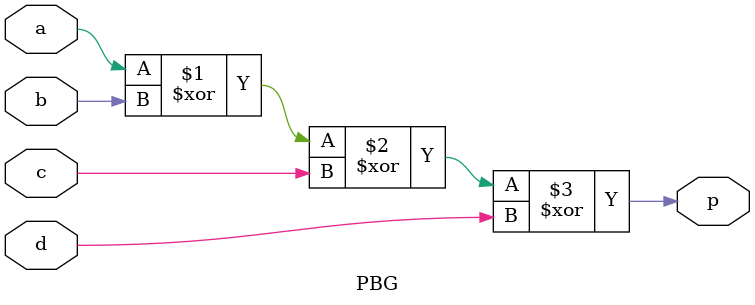
<source format=v>
`timescale 1ns / 1ps

module PBG(
    input a, b, c, d,
    output p
    );
    
    assign p = a ^ b ^ c ^ d;
    
endmodule

</source>
